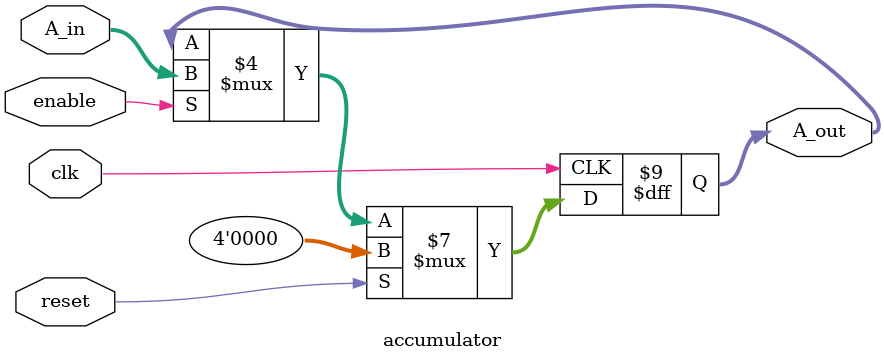
<source format=v>
module accumulator(input clk,enable,reset, input [3:0]A_in, output [3:0]A_out); //instanciar el modulo

  wire clk,enable,reset;        // instanciar variables internas, entrada y salidas.
  wire [3:0]A_in;
  reg [3:0]A_out=0;

  always @ (posedge clk)        //funciona cada vez que recibe clk o reset
    begin
      if(reset)                // si es reset reiniciara todo el contador
        begin
          A_out <= 0;
        end
      else if (enable==1)     // si esta habilitado
        begin                   // cambia el valor del contador si esta habilitado, de lo contrario mantiene el mismo valor
          A_out <= A_in;
        end
    end

endmodule

</source>
